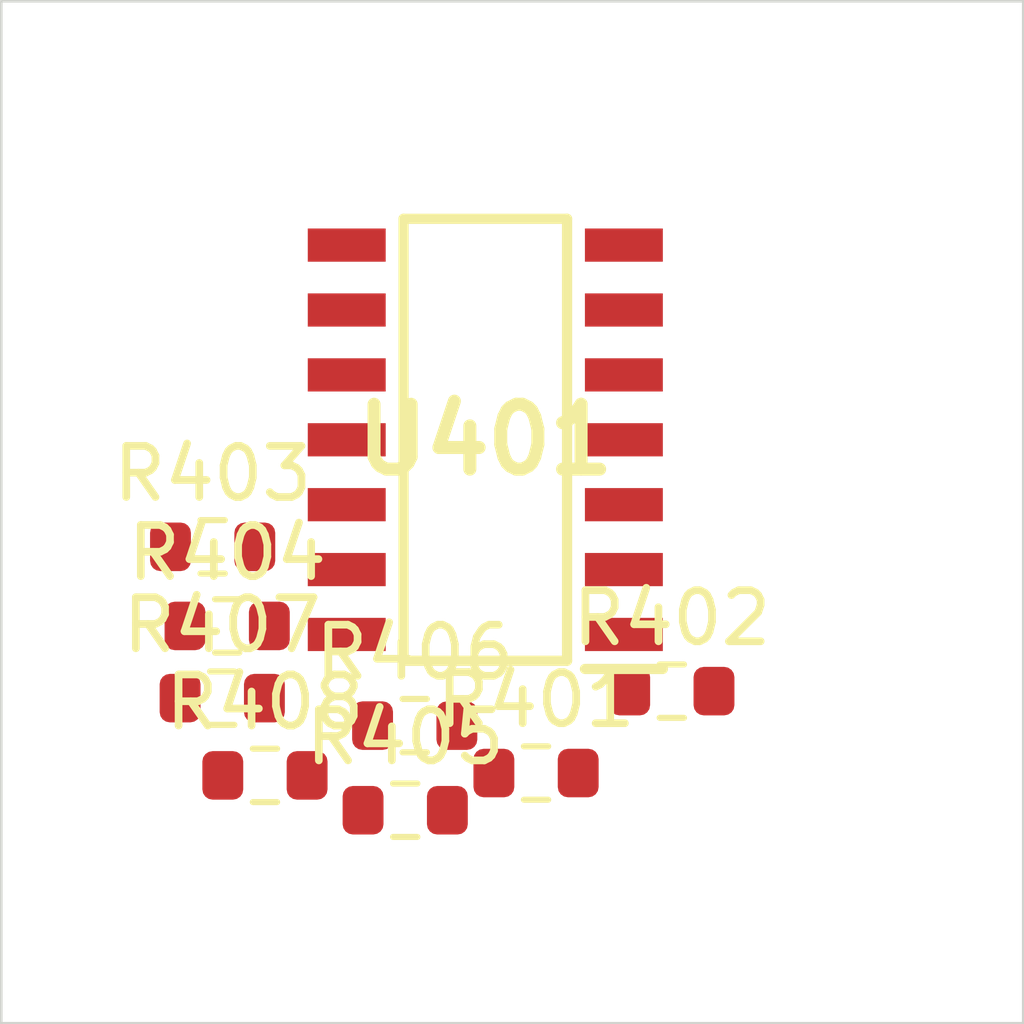
<source format=kicad_pcb>
 ( kicad_pcb  ( version 20171130 )
 ( host pcbnew 5.1.12-84ad8e8a86~92~ubuntu18.04.1 )
 ( general  ( thickness 1.6 )
 ( drawings 4 )
 ( tracks 0 )
 ( zones 0 )
 ( modules 9 )
 ( nets 14 )
)
 ( page A4 )
 ( layers  ( 0 F.Cu signal )
 ( 31 B.Cu signal )
 ( 32 B.Adhes user )
 ( 33 F.Adhes user )
 ( 34 B.Paste user )
 ( 35 F.Paste user )
 ( 36 B.SilkS user )
 ( 37 F.SilkS user )
 ( 38 B.Mask user )
 ( 39 F.Mask user )
 ( 40 Dwgs.User user )
 ( 41 Cmts.User user )
 ( 42 Eco1.User user )
 ( 43 Eco2.User user )
 ( 44 Edge.Cuts user )
 ( 45 Margin user )
 ( 46 B.CrtYd user )
 ( 47 F.CrtYd user )
 ( 48 B.Fab user )
 ( 49 F.Fab user )
)
 ( setup  ( last_trace_width 0.25 )
 ( trace_clearance 0.2 )
 ( zone_clearance 0.508 )
 ( zone_45_only no )
 ( trace_min 0.2 )
 ( via_size 0.8 )
 ( via_drill 0.4 )
 ( via_min_size 0.4 )
 ( via_min_drill 0.3 )
 ( uvia_size 0.3 )
 ( uvia_drill 0.1 )
 ( uvias_allowed no )
 ( uvia_min_size 0.2 )
 ( uvia_min_drill 0.1 )
 ( edge_width 0.05 )
 ( segment_width 0.2 )
 ( pcb_text_width 0.3 )
 ( pcb_text_size 1.5 1.5 )
 ( mod_edge_width 0.12 )
 ( mod_text_size 1 1 )
 ( mod_text_width 0.15 )
 ( pad_size 1.524 1.524 )
 ( pad_drill 0.762 )
 ( pad_to_mask_clearance 0 )
 ( aux_axis_origin 0 0 )
 ( visible_elements FFFFFF7F )
 ( pcbplotparams  ( layerselection 0x010fc_ffffffff )
 ( usegerberextensions false )
 ( usegerberattributes true )
 ( usegerberadvancedattributes true )
 ( creategerberjobfile true )
 ( excludeedgelayer true )
 ( linewidth 0.100000 )
 ( plotframeref false )
 ( viasonmask false )
 ( mode 1 )
 ( useauxorigin false )
 ( hpglpennumber 1 )
 ( hpglpenspeed 20 )
 ( hpglpendiameter 15.000000 )
 ( psnegative false )
 ( psa4output false )
 ( plotreference true )
 ( plotvalue true )
 ( plotinvisibletext false )
 ( padsonsilk false )
 ( subtractmaskfromsilk false )
 ( outputformat 1 )
 ( mirror false )
 ( drillshape 1 )
 ( scaleselection 1 )
 ( outputdirectory "" )
)
)
 ( net 0 "" )
 ( net 1 /Sheet6235D886/vp )
 ( net 2 /Sheet6248AD22/chn0 )
 ( net 3 /Sheet6248AD22/chn1 )
 ( net 4 /Sheet6248AD22/chn2 )
 ( net 5 /Sheet6248AD22/chn3 )
 ( net 6 "Net-(R401-Pad2)" )
 ( net 7 "Net-(R402-Pad2)" )
 ( net 8 "Net-(R403-Pad2)" )
 ( net 9 "Net-(R404-Pad2)" )
 ( net 10 /Sheet6248AD22/chn0_n )
 ( net 11 /Sheet6248AD22/chn1_n )
 ( net 12 /Sheet6248AD22/chn2_n )
 ( net 13 /Sheet6248AD22/chn3_n )
 ( net_class Default "This is the default net class."  ( clearance 0.2 )
 ( trace_width 0.25 )
 ( via_dia 0.8 )
 ( via_drill 0.4 )
 ( uvia_dia 0.3 )
 ( uvia_drill 0.1 )
 ( add_net /Sheet6235D886/vp )
 ( add_net /Sheet6248AD22/chn0 )
 ( add_net /Sheet6248AD22/chn0_n )
 ( add_net /Sheet6248AD22/chn1 )
 ( add_net /Sheet6248AD22/chn1_n )
 ( add_net /Sheet6248AD22/chn2 )
 ( add_net /Sheet6248AD22/chn2_n )
 ( add_net /Sheet6248AD22/chn3 )
 ( add_net /Sheet6248AD22/chn3_n )
 ( add_net "Net-(R401-Pad2)" )
 ( add_net "Net-(R402-Pad2)" )
 ( add_net "Net-(R403-Pad2)" )
 ( add_net "Net-(R404-Pad2)" )
)
 ( module Resistor_SMD:R_0603_1608Metric  ( layer F.Cu )
 ( tedit 5F68FEEE )
 ( tstamp 623425C8 )
 ( at 90.465900 115.104000 )
 ( descr "Resistor SMD 0603 (1608 Metric), square (rectangular) end terminal, IPC_7351 nominal, (Body size source: IPC-SM-782 page 72, https://www.pcb-3d.com/wordpress/wp-content/uploads/ipc-sm-782a_amendment_1_and_2.pdf), generated with kicad-footprint-generator" )
 ( tags resistor )
 ( path /6248AD23/6249ADFD )
 ( attr smd )
 ( fp_text reference R401  ( at 0 -1.43 )
 ( layer F.SilkS )
 ( effects  ( font  ( size 1 1 )
 ( thickness 0.15 )
)
)
)
 ( fp_text value 10M  ( at 0 1.43 )
 ( layer F.Fab )
 ( effects  ( font  ( size 1 1 )
 ( thickness 0.15 )
)
)
)
 ( fp_line  ( start -0.8 0.4125 )
 ( end -0.8 -0.4125 )
 ( layer F.Fab )
 ( width 0.1 )
)
 ( fp_line  ( start -0.8 -0.4125 )
 ( end 0.8 -0.4125 )
 ( layer F.Fab )
 ( width 0.1 )
)
 ( fp_line  ( start 0.8 -0.4125 )
 ( end 0.8 0.4125 )
 ( layer F.Fab )
 ( width 0.1 )
)
 ( fp_line  ( start 0.8 0.4125 )
 ( end -0.8 0.4125 )
 ( layer F.Fab )
 ( width 0.1 )
)
 ( fp_line  ( start -0.237258 -0.5225 )
 ( end 0.237258 -0.5225 )
 ( layer F.SilkS )
 ( width 0.12 )
)
 ( fp_line  ( start -0.237258 0.5225 )
 ( end 0.237258 0.5225 )
 ( layer F.SilkS )
 ( width 0.12 )
)
 ( fp_line  ( start -1.48 0.73 )
 ( end -1.48 -0.73 )
 ( layer F.CrtYd )
 ( width 0.05 )
)
 ( fp_line  ( start -1.48 -0.73 )
 ( end 1.48 -0.73 )
 ( layer F.CrtYd )
 ( width 0.05 )
)
 ( fp_line  ( start 1.48 -0.73 )
 ( end 1.48 0.73 )
 ( layer F.CrtYd )
 ( width 0.05 )
)
 ( fp_line  ( start 1.48 0.73 )
 ( end -1.48 0.73 )
 ( layer F.CrtYd )
 ( width 0.05 )
)
 ( fp_text user %R  ( at 0 0 )
 ( layer F.Fab )
 ( effects  ( font  ( size 0.4 0.4 )
 ( thickness 0.06 )
)
)
)
 ( pad 2 smd roundrect  ( at 0.825 0 )
 ( size 0.8 0.95 )
 ( layers F.Cu F.Mask F.Paste )
 ( roundrect_rratio 0.25 )
 ( net 6 "Net-(R401-Pad2)" )
)
 ( pad 1 smd roundrect  ( at -0.825 0 )
 ( size 0.8 0.95 )
 ( layers F.Cu F.Mask F.Paste )
 ( roundrect_rratio 0.25 )
 ( net 10 /Sheet6248AD22/chn0_n )
)
 ( model ${KISYS3DMOD}/Resistor_SMD.3dshapes/R_0603_1608Metric.wrl  ( at  ( xyz 0 0 0 )
)
 ( scale  ( xyz 1 1 1 )
)
 ( rotate  ( xyz 0 0 0 )
)
)
)
 ( module Resistor_SMD:R_0603_1608Metric  ( layer F.Cu )
 ( tedit 5F68FEEE )
 ( tstamp 623425D9 )
 ( at 93.123400 113.501000 )
 ( descr "Resistor SMD 0603 (1608 Metric), square (rectangular) end terminal, IPC_7351 nominal, (Body size source: IPC-SM-782 page 72, https://www.pcb-3d.com/wordpress/wp-content/uploads/ipc-sm-782a_amendment_1_and_2.pdf), generated with kicad-footprint-generator" )
 ( tags resistor )
 ( path /6248AD23/6249B75E )
 ( attr smd )
 ( fp_text reference R402  ( at 0 -1.43 )
 ( layer F.SilkS )
 ( effects  ( font  ( size 1 1 )
 ( thickness 0.15 )
)
)
)
 ( fp_text value 10M  ( at 0 1.43 )
 ( layer F.Fab )
 ( effects  ( font  ( size 1 1 )
 ( thickness 0.15 )
)
)
)
 ( fp_line  ( start 1.48 0.73 )
 ( end -1.48 0.73 )
 ( layer F.CrtYd )
 ( width 0.05 )
)
 ( fp_line  ( start 1.48 -0.73 )
 ( end 1.48 0.73 )
 ( layer F.CrtYd )
 ( width 0.05 )
)
 ( fp_line  ( start -1.48 -0.73 )
 ( end 1.48 -0.73 )
 ( layer F.CrtYd )
 ( width 0.05 )
)
 ( fp_line  ( start -1.48 0.73 )
 ( end -1.48 -0.73 )
 ( layer F.CrtYd )
 ( width 0.05 )
)
 ( fp_line  ( start -0.237258 0.5225 )
 ( end 0.237258 0.5225 )
 ( layer F.SilkS )
 ( width 0.12 )
)
 ( fp_line  ( start -0.237258 -0.5225 )
 ( end 0.237258 -0.5225 )
 ( layer F.SilkS )
 ( width 0.12 )
)
 ( fp_line  ( start 0.8 0.4125 )
 ( end -0.8 0.4125 )
 ( layer F.Fab )
 ( width 0.1 )
)
 ( fp_line  ( start 0.8 -0.4125 )
 ( end 0.8 0.4125 )
 ( layer F.Fab )
 ( width 0.1 )
)
 ( fp_line  ( start -0.8 -0.4125 )
 ( end 0.8 -0.4125 )
 ( layer F.Fab )
 ( width 0.1 )
)
 ( fp_line  ( start -0.8 0.4125 )
 ( end -0.8 -0.4125 )
 ( layer F.Fab )
 ( width 0.1 )
)
 ( fp_text user %R  ( at 0 0 )
 ( layer F.Fab )
 ( effects  ( font  ( size 0.4 0.4 )
 ( thickness 0.06 )
)
)
)
 ( pad 1 smd roundrect  ( at -0.825 0 )
 ( size 0.8 0.95 )
 ( layers F.Cu F.Mask F.Paste )
 ( roundrect_rratio 0.25 )
 ( net 11 /Sheet6248AD22/chn1_n )
)
 ( pad 2 smd roundrect  ( at 0.825 0 )
 ( size 0.8 0.95 )
 ( layers F.Cu F.Mask F.Paste )
 ( roundrect_rratio 0.25 )
 ( net 7 "Net-(R402-Pad2)" )
)
 ( model ${KISYS3DMOD}/Resistor_SMD.3dshapes/R_0603_1608Metric.wrl  ( at  ( xyz 0 0 0 )
)
 ( scale  ( xyz 1 1 1 )
)
 ( rotate  ( xyz 0 0 0 )
)
)
)
 ( module Resistor_SMD:R_0603_1608Metric  ( layer F.Cu )
 ( tedit 5F68FEEE )
 ( tstamp 623425EA )
 ( at 84.136600 110.677000 )
 ( descr "Resistor SMD 0603 (1608 Metric), square (rectangular) end terminal, IPC_7351 nominal, (Body size source: IPC-SM-782 page 72, https://www.pcb-3d.com/wordpress/wp-content/uploads/ipc-sm-782a_amendment_1_and_2.pdf), generated with kicad-footprint-generator" )
 ( tags resistor )
 ( path /6248AD23/6249FB7A )
 ( attr smd )
 ( fp_text reference R403  ( at 0 -1.43 )
 ( layer F.SilkS )
 ( effects  ( font  ( size 1 1 )
 ( thickness 0.15 )
)
)
)
 ( fp_text value 10M  ( at 0 1.43 )
 ( layer F.Fab )
 ( effects  ( font  ( size 1 1 )
 ( thickness 0.15 )
)
)
)
 ( fp_line  ( start 1.48 0.73 )
 ( end -1.48 0.73 )
 ( layer F.CrtYd )
 ( width 0.05 )
)
 ( fp_line  ( start 1.48 -0.73 )
 ( end 1.48 0.73 )
 ( layer F.CrtYd )
 ( width 0.05 )
)
 ( fp_line  ( start -1.48 -0.73 )
 ( end 1.48 -0.73 )
 ( layer F.CrtYd )
 ( width 0.05 )
)
 ( fp_line  ( start -1.48 0.73 )
 ( end -1.48 -0.73 )
 ( layer F.CrtYd )
 ( width 0.05 )
)
 ( fp_line  ( start -0.237258 0.5225 )
 ( end 0.237258 0.5225 )
 ( layer F.SilkS )
 ( width 0.12 )
)
 ( fp_line  ( start -0.237258 -0.5225 )
 ( end 0.237258 -0.5225 )
 ( layer F.SilkS )
 ( width 0.12 )
)
 ( fp_line  ( start 0.8 0.4125 )
 ( end -0.8 0.4125 )
 ( layer F.Fab )
 ( width 0.1 )
)
 ( fp_line  ( start 0.8 -0.4125 )
 ( end 0.8 0.4125 )
 ( layer F.Fab )
 ( width 0.1 )
)
 ( fp_line  ( start -0.8 -0.4125 )
 ( end 0.8 -0.4125 )
 ( layer F.Fab )
 ( width 0.1 )
)
 ( fp_line  ( start -0.8 0.4125 )
 ( end -0.8 -0.4125 )
 ( layer F.Fab )
 ( width 0.1 )
)
 ( fp_text user %R  ( at 0 0 )
 ( layer F.Fab )
 ( effects  ( font  ( size 0.4 0.4 )
 ( thickness 0.06 )
)
)
)
 ( pad 1 smd roundrect  ( at -0.825 0 )
 ( size 0.8 0.95 )
 ( layers F.Cu F.Mask F.Paste )
 ( roundrect_rratio 0.25 )
 ( net 12 /Sheet6248AD22/chn2_n )
)
 ( pad 2 smd roundrect  ( at 0.825 0 )
 ( size 0.8 0.95 )
 ( layers F.Cu F.Mask F.Paste )
 ( roundrect_rratio 0.25 )
 ( net 8 "Net-(R403-Pad2)" )
)
 ( model ${KISYS3DMOD}/Resistor_SMD.3dshapes/R_0603_1608Metric.wrl  ( at  ( xyz 0 0 0 )
)
 ( scale  ( xyz 1 1 1 )
)
 ( rotate  ( xyz 0 0 0 )
)
)
)
 ( module Resistor_SMD:R_0603_1608Metric  ( layer F.Cu )
 ( tedit 5F68FEEE )
 ( tstamp 623425FB )
 ( at 84.421200 112.225000 )
 ( descr "Resistor SMD 0603 (1608 Metric), square (rectangular) end terminal, IPC_7351 nominal, (Body size source: IPC-SM-782 page 72, https://www.pcb-3d.com/wordpress/wp-content/uploads/ipc-sm-782a_amendment_1_and_2.pdf), generated with kicad-footprint-generator" )
 ( tags resistor )
 ( path /6248AD23/6249FB74 )
 ( attr smd )
 ( fp_text reference R404  ( at 0 -1.43 )
 ( layer F.SilkS )
 ( effects  ( font  ( size 1 1 )
 ( thickness 0.15 )
)
)
)
 ( fp_text value 10M  ( at 0 1.43 )
 ( layer F.Fab )
 ( effects  ( font  ( size 1 1 )
 ( thickness 0.15 )
)
)
)
 ( fp_line  ( start -0.8 0.4125 )
 ( end -0.8 -0.4125 )
 ( layer F.Fab )
 ( width 0.1 )
)
 ( fp_line  ( start -0.8 -0.4125 )
 ( end 0.8 -0.4125 )
 ( layer F.Fab )
 ( width 0.1 )
)
 ( fp_line  ( start 0.8 -0.4125 )
 ( end 0.8 0.4125 )
 ( layer F.Fab )
 ( width 0.1 )
)
 ( fp_line  ( start 0.8 0.4125 )
 ( end -0.8 0.4125 )
 ( layer F.Fab )
 ( width 0.1 )
)
 ( fp_line  ( start -0.237258 -0.5225 )
 ( end 0.237258 -0.5225 )
 ( layer F.SilkS )
 ( width 0.12 )
)
 ( fp_line  ( start -0.237258 0.5225 )
 ( end 0.237258 0.5225 )
 ( layer F.SilkS )
 ( width 0.12 )
)
 ( fp_line  ( start -1.48 0.73 )
 ( end -1.48 -0.73 )
 ( layer F.CrtYd )
 ( width 0.05 )
)
 ( fp_line  ( start -1.48 -0.73 )
 ( end 1.48 -0.73 )
 ( layer F.CrtYd )
 ( width 0.05 )
)
 ( fp_line  ( start 1.48 -0.73 )
 ( end 1.48 0.73 )
 ( layer F.CrtYd )
 ( width 0.05 )
)
 ( fp_line  ( start 1.48 0.73 )
 ( end -1.48 0.73 )
 ( layer F.CrtYd )
 ( width 0.05 )
)
 ( fp_text user %R  ( at 0 0 )
 ( layer F.Fab )
 ( effects  ( font  ( size 0.4 0.4 )
 ( thickness 0.06 )
)
)
)
 ( pad 2 smd roundrect  ( at 0.825 0 )
 ( size 0.8 0.95 )
 ( layers F.Cu F.Mask F.Paste )
 ( roundrect_rratio 0.25 )
 ( net 9 "Net-(R404-Pad2)" )
)
 ( pad 1 smd roundrect  ( at -0.825 0 )
 ( size 0.8 0.95 )
 ( layers F.Cu F.Mask F.Paste )
 ( roundrect_rratio 0.25 )
 ( net 13 /Sheet6248AD22/chn3_n )
)
 ( model ${KISYS3DMOD}/Resistor_SMD.3dshapes/R_0603_1608Metric.wrl  ( at  ( xyz 0 0 0 )
)
 ( scale  ( xyz 1 1 1 )
)
 ( rotate  ( xyz 0 0 0 )
)
)
)
 ( module Resistor_SMD:R_0603_1608Metric  ( layer F.Cu )
 ( tedit 5F68FEEE )
 ( tstamp 6234260C )
 ( at 87.905500 115.832000 )
 ( descr "Resistor SMD 0603 (1608 Metric), square (rectangular) end terminal, IPC_7351 nominal, (Body size source: IPC-SM-782 page 72, https://www.pcb-3d.com/wordpress/wp-content/uploads/ipc-sm-782a_amendment_1_and_2.pdf), generated with kicad-footprint-generator" )
 ( tags resistor )
 ( path /6248AD23/62497F62 )
 ( attr smd )
 ( fp_text reference R405  ( at 0 -1.43 )
 ( layer F.SilkS )
 ( effects  ( font  ( size 1 1 )
 ( thickness 0.15 )
)
)
)
 ( fp_text value 750k  ( at 0 1.43 )
 ( layer F.Fab )
 ( effects  ( font  ( size 1 1 )
 ( thickness 0.15 )
)
)
)
 ( fp_line  ( start -0.8 0.4125 )
 ( end -0.8 -0.4125 )
 ( layer F.Fab )
 ( width 0.1 )
)
 ( fp_line  ( start -0.8 -0.4125 )
 ( end 0.8 -0.4125 )
 ( layer F.Fab )
 ( width 0.1 )
)
 ( fp_line  ( start 0.8 -0.4125 )
 ( end 0.8 0.4125 )
 ( layer F.Fab )
 ( width 0.1 )
)
 ( fp_line  ( start 0.8 0.4125 )
 ( end -0.8 0.4125 )
 ( layer F.Fab )
 ( width 0.1 )
)
 ( fp_line  ( start -0.237258 -0.5225 )
 ( end 0.237258 -0.5225 )
 ( layer F.SilkS )
 ( width 0.12 )
)
 ( fp_line  ( start -0.237258 0.5225 )
 ( end 0.237258 0.5225 )
 ( layer F.SilkS )
 ( width 0.12 )
)
 ( fp_line  ( start -1.48 0.73 )
 ( end -1.48 -0.73 )
 ( layer F.CrtYd )
 ( width 0.05 )
)
 ( fp_line  ( start -1.48 -0.73 )
 ( end 1.48 -0.73 )
 ( layer F.CrtYd )
 ( width 0.05 )
)
 ( fp_line  ( start 1.48 -0.73 )
 ( end 1.48 0.73 )
 ( layer F.CrtYd )
 ( width 0.05 )
)
 ( fp_line  ( start 1.48 0.73 )
 ( end -1.48 0.73 )
 ( layer F.CrtYd )
 ( width 0.05 )
)
 ( fp_text user %R  ( at 0 0 )
 ( layer F.Fab )
 ( effects  ( font  ( size 0.4 0.4 )
 ( thickness 0.06 )
)
)
)
 ( pad 2 smd roundrect  ( at 0.825 0 )
 ( size 0.8 0.95 )
 ( layers F.Cu F.Mask F.Paste )
 ( roundrect_rratio 0.25 )
 ( net 6 "Net-(R401-Pad2)" )
)
 ( pad 1 smd roundrect  ( at -0.825 0 )
 ( size 0.8 0.95 )
 ( layers F.Cu F.Mask F.Paste )
 ( roundrect_rratio 0.25 )
 ( net 1 /Sheet6235D886/vp )
)
 ( model ${KISYS3DMOD}/Resistor_SMD.3dshapes/R_0603_1608Metric.wrl  ( at  ( xyz 0 0 0 )
)
 ( scale  ( xyz 1 1 1 )
)
 ( rotate  ( xyz 0 0 0 )
)
)
)
 ( module Resistor_SMD:R_0603_1608Metric  ( layer F.Cu )
 ( tedit 5F68FEEE )
 ( tstamp 6234261D )
 ( at 88.091500 114.176000 )
 ( descr "Resistor SMD 0603 (1608 Metric), square (rectangular) end terminal, IPC_7351 nominal, (Body size source: IPC-SM-782 page 72, https://www.pcb-3d.com/wordpress/wp-content/uploads/ipc-sm-782a_amendment_1_and_2.pdf), generated with kicad-footprint-generator" )
 ( tags resistor )
 ( path /6248AD23/62499098 )
 ( attr smd )
 ( fp_text reference R406  ( at 0 -1.43 )
 ( layer F.SilkS )
 ( effects  ( font  ( size 1 1 )
 ( thickness 0.15 )
)
)
)
 ( fp_text value 750k  ( at 0 1.43 )
 ( layer F.Fab )
 ( effects  ( font  ( size 1 1 )
 ( thickness 0.15 )
)
)
)
 ( fp_line  ( start 1.48 0.73 )
 ( end -1.48 0.73 )
 ( layer F.CrtYd )
 ( width 0.05 )
)
 ( fp_line  ( start 1.48 -0.73 )
 ( end 1.48 0.73 )
 ( layer F.CrtYd )
 ( width 0.05 )
)
 ( fp_line  ( start -1.48 -0.73 )
 ( end 1.48 -0.73 )
 ( layer F.CrtYd )
 ( width 0.05 )
)
 ( fp_line  ( start -1.48 0.73 )
 ( end -1.48 -0.73 )
 ( layer F.CrtYd )
 ( width 0.05 )
)
 ( fp_line  ( start -0.237258 0.5225 )
 ( end 0.237258 0.5225 )
 ( layer F.SilkS )
 ( width 0.12 )
)
 ( fp_line  ( start -0.237258 -0.5225 )
 ( end 0.237258 -0.5225 )
 ( layer F.SilkS )
 ( width 0.12 )
)
 ( fp_line  ( start 0.8 0.4125 )
 ( end -0.8 0.4125 )
 ( layer F.Fab )
 ( width 0.1 )
)
 ( fp_line  ( start 0.8 -0.4125 )
 ( end 0.8 0.4125 )
 ( layer F.Fab )
 ( width 0.1 )
)
 ( fp_line  ( start -0.8 -0.4125 )
 ( end 0.8 -0.4125 )
 ( layer F.Fab )
 ( width 0.1 )
)
 ( fp_line  ( start -0.8 0.4125 )
 ( end -0.8 -0.4125 )
 ( layer F.Fab )
 ( width 0.1 )
)
 ( fp_text user %R  ( at 0 0 )
 ( layer F.Fab )
 ( effects  ( font  ( size 0.4 0.4 )
 ( thickness 0.06 )
)
)
)
 ( pad 1 smd roundrect  ( at -0.825 0 )
 ( size 0.8 0.95 )
 ( layers F.Cu F.Mask F.Paste )
 ( roundrect_rratio 0.25 )
 ( net 1 /Sheet6235D886/vp )
)
 ( pad 2 smd roundrect  ( at 0.825 0 )
 ( size 0.8 0.95 )
 ( layers F.Cu F.Mask F.Paste )
 ( roundrect_rratio 0.25 )
 ( net 7 "Net-(R402-Pad2)" )
)
 ( model ${KISYS3DMOD}/Resistor_SMD.3dshapes/R_0603_1608Metric.wrl  ( at  ( xyz 0 0 0 )
)
 ( scale  ( xyz 1 1 1 )
)
 ( rotate  ( xyz 0 0 0 )
)
)
)
 ( module Resistor_SMD:R_0603_1608Metric  ( layer F.Cu )
 ( tedit 5F68FEEE )
 ( tstamp 6234262E )
 ( at 84.324600 113.638000 )
 ( descr "Resistor SMD 0603 (1608 Metric), square (rectangular) end terminal, IPC_7351 nominal, (Body size source: IPC-SM-782 page 72, https://www.pcb-3d.com/wordpress/wp-content/uploads/ipc-sm-782a_amendment_1_and_2.pdf), generated with kicad-footprint-generator" )
 ( tags resistor )
 ( path /6248AD23/624A0FFB )
 ( attr smd )
 ( fp_text reference R407  ( at 0 -1.43 )
 ( layer F.SilkS )
 ( effects  ( font  ( size 1 1 )
 ( thickness 0.15 )
)
)
)
 ( fp_text value 1.5M  ( at 0 1.43 )
 ( layer F.Fab )
 ( effects  ( font  ( size 1 1 )
 ( thickness 0.15 )
)
)
)
 ( fp_line  ( start 1.48 0.73 )
 ( end -1.48 0.73 )
 ( layer F.CrtYd )
 ( width 0.05 )
)
 ( fp_line  ( start 1.48 -0.73 )
 ( end 1.48 0.73 )
 ( layer F.CrtYd )
 ( width 0.05 )
)
 ( fp_line  ( start -1.48 -0.73 )
 ( end 1.48 -0.73 )
 ( layer F.CrtYd )
 ( width 0.05 )
)
 ( fp_line  ( start -1.48 0.73 )
 ( end -1.48 -0.73 )
 ( layer F.CrtYd )
 ( width 0.05 )
)
 ( fp_line  ( start -0.237258 0.5225 )
 ( end 0.237258 0.5225 )
 ( layer F.SilkS )
 ( width 0.12 )
)
 ( fp_line  ( start -0.237258 -0.5225 )
 ( end 0.237258 -0.5225 )
 ( layer F.SilkS )
 ( width 0.12 )
)
 ( fp_line  ( start 0.8 0.4125 )
 ( end -0.8 0.4125 )
 ( layer F.Fab )
 ( width 0.1 )
)
 ( fp_line  ( start 0.8 -0.4125 )
 ( end 0.8 0.4125 )
 ( layer F.Fab )
 ( width 0.1 )
)
 ( fp_line  ( start -0.8 -0.4125 )
 ( end 0.8 -0.4125 )
 ( layer F.Fab )
 ( width 0.1 )
)
 ( fp_line  ( start -0.8 0.4125 )
 ( end -0.8 -0.4125 )
 ( layer F.Fab )
 ( width 0.1 )
)
 ( fp_text user %R  ( at 0 0 )
 ( layer F.Fab )
 ( effects  ( font  ( size 0.4 0.4 )
 ( thickness 0.06 )
)
)
)
 ( pad 1 smd roundrect  ( at -0.825 0 )
 ( size 0.8 0.95 )
 ( layers F.Cu F.Mask F.Paste )
 ( roundrect_rratio 0.25 )
 ( net 1 /Sheet6235D886/vp )
)
 ( pad 2 smd roundrect  ( at 0.825 0 )
 ( size 0.8 0.95 )
 ( layers F.Cu F.Mask F.Paste )
 ( roundrect_rratio 0.25 )
 ( net 8 "Net-(R403-Pad2)" )
)
 ( model ${KISYS3DMOD}/Resistor_SMD.3dshapes/R_0603_1608Metric.wrl  ( at  ( xyz 0 0 0 )
)
 ( scale  ( xyz 1 1 1 )
)
 ( rotate  ( xyz 0 0 0 )
)
)
)
 ( module Resistor_SMD:R_0603_1608Metric  ( layer F.Cu )
 ( tedit 5F68FEEE )
 ( tstamp 6234263F )
 ( at 85.160400 115.150000 )
 ( descr "Resistor SMD 0603 (1608 Metric), square (rectangular) end terminal, IPC_7351 nominal, (Body size source: IPC-SM-782 page 72, https://www.pcb-3d.com/wordpress/wp-content/uploads/ipc-sm-782a_amendment_1_and_2.pdf), generated with kicad-footprint-generator" )
 ( tags resistor )
 ( path /6248AD23/624A093C )
 ( attr smd )
 ( fp_text reference R408  ( at 0 -1.43 )
 ( layer F.SilkS )
 ( effects  ( font  ( size 1 1 )
 ( thickness 0.15 )
)
)
)
 ( fp_text value 1.5M  ( at 0 1.43 )
 ( layer F.Fab )
 ( effects  ( font  ( size 1 1 )
 ( thickness 0.15 )
)
)
)
 ( fp_line  ( start -0.8 0.4125 )
 ( end -0.8 -0.4125 )
 ( layer F.Fab )
 ( width 0.1 )
)
 ( fp_line  ( start -0.8 -0.4125 )
 ( end 0.8 -0.4125 )
 ( layer F.Fab )
 ( width 0.1 )
)
 ( fp_line  ( start 0.8 -0.4125 )
 ( end 0.8 0.4125 )
 ( layer F.Fab )
 ( width 0.1 )
)
 ( fp_line  ( start 0.8 0.4125 )
 ( end -0.8 0.4125 )
 ( layer F.Fab )
 ( width 0.1 )
)
 ( fp_line  ( start -0.237258 -0.5225 )
 ( end 0.237258 -0.5225 )
 ( layer F.SilkS )
 ( width 0.12 )
)
 ( fp_line  ( start -0.237258 0.5225 )
 ( end 0.237258 0.5225 )
 ( layer F.SilkS )
 ( width 0.12 )
)
 ( fp_line  ( start -1.48 0.73 )
 ( end -1.48 -0.73 )
 ( layer F.CrtYd )
 ( width 0.05 )
)
 ( fp_line  ( start -1.48 -0.73 )
 ( end 1.48 -0.73 )
 ( layer F.CrtYd )
 ( width 0.05 )
)
 ( fp_line  ( start 1.48 -0.73 )
 ( end 1.48 0.73 )
 ( layer F.CrtYd )
 ( width 0.05 )
)
 ( fp_line  ( start 1.48 0.73 )
 ( end -1.48 0.73 )
 ( layer F.CrtYd )
 ( width 0.05 )
)
 ( fp_text user %R  ( at 0 0 )
 ( layer F.Fab )
 ( effects  ( font  ( size 0.4 0.4 )
 ( thickness 0.06 )
)
)
)
 ( pad 2 smd roundrect  ( at 0.825 0 )
 ( size 0.8 0.95 )
 ( layers F.Cu F.Mask F.Paste )
 ( roundrect_rratio 0.25 )
 ( net 9 "Net-(R404-Pad2)" )
)
 ( pad 1 smd roundrect  ( at -0.825 0 )
 ( size 0.8 0.95 )
 ( layers F.Cu F.Mask F.Paste )
 ( roundrect_rratio 0.25 )
 ( net 1 /Sheet6235D886/vp )
)
 ( model ${KISYS3DMOD}/Resistor_SMD.3dshapes/R_0603_1608Metric.wrl  ( at  ( xyz 0 0 0 )
)
 ( scale  ( xyz 1 1 1 )
)
 ( rotate  ( xyz 0 0 0 )
)
)
)
 ( module TL074HIDR:SOIC127P600X175-14N locked  ( layer F.Cu )
 ( tedit 62336F37 )
 ( tstamp 62342709 )
 ( at 89.472900 108.582000 180.000000 )
 ( descr "D (-R-PDSO-G14)" )
 ( tags "Integrated Circuit" )
 ( path /6248AD23/624976B2 )
 ( attr smd )
 ( fp_text reference U401  ( at 0 0 )
 ( layer F.SilkS )
 ( effects  ( font  ( size 1.27 1.27 )
 ( thickness 0.254 )
)
)
)
 ( fp_text value TL074  ( at 0 0 )
 ( layer F.SilkS )
hide  ( effects  ( font  ( size 1.27 1.27 )
 ( thickness 0.254 )
)
)
)
 ( fp_line  ( start -3.725 -4.625 )
 ( end 3.725 -4.625 )
 ( layer Dwgs.User )
 ( width 0.05 )
)
 ( fp_line  ( start 3.725 -4.625 )
 ( end 3.725 4.625 )
 ( layer Dwgs.User )
 ( width 0.05 )
)
 ( fp_line  ( start 3.725 4.625 )
 ( end -3.725 4.625 )
 ( layer Dwgs.User )
 ( width 0.05 )
)
 ( fp_line  ( start -3.725 4.625 )
 ( end -3.725 -4.625 )
 ( layer Dwgs.User )
 ( width 0.05 )
)
 ( fp_line  ( start -1.95 -4.325 )
 ( end 1.95 -4.325 )
 ( layer Dwgs.User )
 ( width 0.1 )
)
 ( fp_line  ( start 1.95 -4.325 )
 ( end 1.95 4.325 )
 ( layer Dwgs.User )
 ( width 0.1 )
)
 ( fp_line  ( start 1.95 4.325 )
 ( end -1.95 4.325 )
 ( layer Dwgs.User )
 ( width 0.1 )
)
 ( fp_line  ( start -1.95 4.325 )
 ( end -1.95 -4.325 )
 ( layer Dwgs.User )
 ( width 0.1 )
)
 ( fp_line  ( start -1.95 -3.055 )
 ( end -0.68 -4.325 )
 ( layer Dwgs.User )
 ( width 0.1 )
)
 ( fp_line  ( start -1.6 -4.325 )
 ( end 1.6 -4.325 )
 ( layer F.SilkS )
 ( width 0.2 )
)
 ( fp_line  ( start 1.6 -4.325 )
 ( end 1.6 4.325 )
 ( layer F.SilkS )
 ( width 0.2 )
)
 ( fp_line  ( start 1.6 4.325 )
 ( end -1.6 4.325 )
 ( layer F.SilkS )
 ( width 0.2 )
)
 ( fp_line  ( start -1.6 4.325 )
 ( end -1.6 -4.325 )
 ( layer F.SilkS )
 ( width 0.2 )
)
 ( fp_line  ( start -3.475 -4.485 )
 ( end -1.95 -4.485 )
 ( layer F.SilkS )
 ( width 0.2 )
)
 ( pad 1 smd rect  ( at -2.712 -3.81 270.000000 )
 ( size 0.65 1.525 )
 ( layers F.Cu F.Mask F.Paste )
 ( net 2 /Sheet6248AD22/chn0 )
)
 ( pad 2 smd rect  ( at -2.712 -2.54 270.000000 )
 ( size 0.65 1.525 )
 ( layers F.Cu F.Mask F.Paste )
 ( net 2 /Sheet6248AD22/chn0 )
)
 ( pad 3 smd rect  ( at -2.712 -1.27 270.000000 )
 ( size 0.65 1.525 )
 ( layers F.Cu F.Mask F.Paste )
 ( net 6 "Net-(R401-Pad2)" )
)
 ( pad 4 smd rect  ( at -2.712 0 270.000000 )
 ( size 0.65 1.525 )
 ( layers F.Cu F.Mask F.Paste )
)
 ( pad 5 smd rect  ( at -2.712 1.27 270.000000 )
 ( size 0.65 1.525 )
 ( layers F.Cu F.Mask F.Paste )
 ( net 7 "Net-(R402-Pad2)" )
)
 ( pad 6 smd rect  ( at -2.712 2.54 270.000000 )
 ( size 0.65 1.525 )
 ( layers F.Cu F.Mask F.Paste )
 ( net 3 /Sheet6248AD22/chn1 )
)
 ( pad 7 smd rect  ( at -2.712 3.81 270.000000 )
 ( size 0.65 1.525 )
 ( layers F.Cu F.Mask F.Paste )
 ( net 3 /Sheet6248AD22/chn1 )
)
 ( pad 8 smd rect  ( at 2.712 3.81 270.000000 )
 ( size 0.65 1.525 )
 ( layers F.Cu F.Mask F.Paste )
 ( net 4 /Sheet6248AD22/chn2 )
)
 ( pad 9 smd rect  ( at 2.712 2.54 270.000000 )
 ( size 0.65 1.525 )
 ( layers F.Cu F.Mask F.Paste )
 ( net 4 /Sheet6248AD22/chn2 )
)
 ( pad 10 smd rect  ( at 2.712 1.27 270.000000 )
 ( size 0.65 1.525 )
 ( layers F.Cu F.Mask F.Paste )
 ( net 8 "Net-(R403-Pad2)" )
)
 ( pad 11 smd rect  ( at 2.712 0 270.000000 )
 ( size 0.65 1.525 )
 ( layers F.Cu F.Mask F.Paste )
)
 ( pad 12 smd rect  ( at 2.712 -1.27 270.000000 )
 ( size 0.65 1.525 )
 ( layers F.Cu F.Mask F.Paste )
 ( net 9 "Net-(R404-Pad2)" )
)
 ( pad 13 smd rect  ( at 2.712 -2.54 270.000000 )
 ( size 0.65 1.525 )
 ( layers F.Cu F.Mask F.Paste )
 ( net 5 /Sheet6248AD22/chn3 )
)
 ( pad 14 smd rect  ( at 2.712 -3.81 270.000000 )
 ( size 0.65 1.525 )
 ( layers F.Cu F.Mask F.Paste )
 ( net 5 /Sheet6248AD22/chn3 )
)
)
 ( gr_line  ( start 100 100 )
 ( end 100 120 )
 ( layer Edge.Cuts )
 ( width 0.05 )
 ( tstamp 62E76D2A )
)
 ( gr_line  ( start 80 120 )
 ( end 100 120 )
 ( layer Edge.Cuts )
 ( width 0.05 )
 ( tstamp 62E76D27 )
)
 ( gr_line  ( start 80 100 )
 ( end 80 120 )
 ( layer Edge.Cuts )
 ( width 0.05 )
 ( tstamp 6234110C )
)
 ( gr_line  ( start 80 100 )
 ( end 100 100 )
 ( layer Edge.Cuts )
 ( width 0.05 )
)
)

</source>
